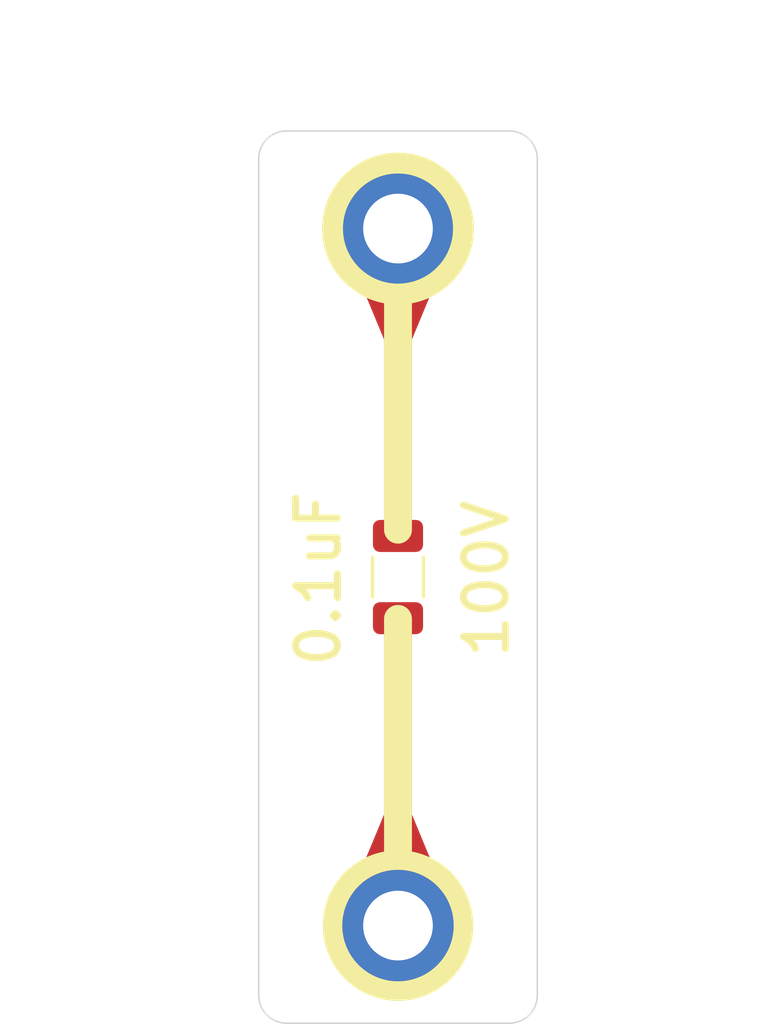
<source format=kicad_pcb>
(kicad_pcb (version 20240108) (generator "pcbnew") (generator_version "8.0")
  (layers (0 "F.Cu" signal) (31 "B.Cu" signal) (34 "B.Paste" user) (35 "F.Paste" user) (36 "B.SilkS" user "B.Silkscreen") (37 "F.SilkS" user "F.Silkscreen") (38 "B.Mask" user) (39 "F.Mask" user) (44 "Edge.Cuts" user))
  (net 0 "")
  (net 1 "Net-(J1-Pin_1)")
  (net 2 "Net-(J2-Pin_1)")
  (footprint "Library:C_1206_3216Metric" (layer "F.Cu") (at 153.9 86.3 -90)
    (property "Reference" "C1" (hide yes))
    (property "Value" "C" (hide yes))
    (fp_line (start -0.711252 0.91) (end 0.711252 0.91) (stroke (width 0.12)) (layer "F.SilkS"))
    (fp_line (start -0.711252 -0.91) (end 0.711252 -0.91) (stroke (width 0.12)) (layer "F.SilkS"))
    (pad "1" smd roundrect (at -1.475 0 270) (size 1.15 1.8) (layers "F.Cu" "F.Paste" "F.Mask") (roundrect_rratio 0.217391) (net 1 "Net-(J1-Pin_1)"))
    (pad "2" smd roundrect (at 1.475 0 270) (size 1.15 1.8) (layers "F.Cu" "F.Paste" "F.Mask") (roundrect_rratio 0.217391) (net 2 "Net-(J2-Pin_1)"))
  )
  (footprint "Library:MountingHole_2.5mm_Pad" (layer "F.Cu") (at 153.9 73.8)
    (property "Reference" "J1")
    (property "Value" "Conn_01x01_Socket" (hide yes))
    (pad "1" thru_hole circle (at 0 0) (size 4 4) (drill 2.5) (layers "*.Cu" "*.Mask") (net 1 "Net-(J1-Pin_1)"))
  )
  (footprint "Library:MountingHole_2.5mm_Pad" (layer "F.Cu") (at 153.9 98.8)
    (property "Reference" "J2")
    (property "Value" "Conn_01x01_Socket" (hide yes))
    (pad "1" thru_hole circle (at 0 0) (size 4 4) (drill 2.5) (layers "*.Cu" "*.Mask") (net 2 "Net-(J2-Pin_1)"))
  )
  (gr_circle (center 153.9 98.8) (end 156.25 98.8) (stroke (width 0.7)) (fill none) (layer "F.SilkS"))
  (gr_circle (center 153.9 73.8) (end 156.25 73.8) (stroke (width 0.75)) (fill none) (layer "F.SilkS"))
  (gr_line (start 153.9 84.6) (end 153.9 76.3) (stroke (width 1)) (layer "F.SilkS"))
  (gr_line (start 153.9 96.2) (end 153.9 87.8) (stroke (width 1)) (layer "F.SilkS"))
  (gr_arc (start 158.9 101.3) (mid 158.607107 102.007107) (end 157.9 102.3) (stroke (width 0.05)) (layer "Edge.Cuts"))
  (gr_line (start 157.9 102.3) (end 149.9 102.3) (stroke (width 0.05)) (layer "Edge.Cuts"))
  (gr_arc (start 148.9 71.3) (mid 149.192893 70.592893) (end 149.9 70.3) (stroke (width 0.05)) (layer "Edge.Cuts"))
  (gr_arc (start 149.9 102.3) (mid 149.192893 102.007107) (end 148.9 101.3) (stroke (width 0.05)) (layer "Edge.Cuts"))
  (gr_line (start 149.9 70.3) (end 157.9 70.3) (stroke (width 0.05)) (layer "Edge.Cuts"))
  (gr_arc (start 157.9 70.3) (mid 158.607107 70.592893) (end 158.9 71.3) (stroke (width 0.05)) (layer "Edge.Cuts"))
  (gr_line (start 158.9 71.3) (end 158.9 101.3) (stroke (width 0.05)) (layer "Edge.Cuts"))
  (gr_line (start 148.9 101.3) (end 148.9 71.3) (stroke (width 0.05)) (layer "Edge.Cuts"))
  (gr_text "100V" (at 157.94625 89.310714 90) (layer "F.SilkS") (effects (font (size 1.5 1.5) (thickness 0.25) (bold yes)) (justify left bottom)))
  (gr_text "0.1uF\n" (at 151.92125 89.632143 90) (layer "F.SilkS") (effects (font (size 1.5 1.5) (thickness 0.25) (bold yes)) (justify left bottom)))
  (segment (start 153.9 84.825) (end 153.9 73.8) (width 1) (layer "F.Cu") (net 1))
  (segment (start 153.9 84.72875) (end 153.99625 84.825) (width 1) (layer "F.Cu") (net 1))
  (segment (start 153.9 87.775) (end 153.9 98.8) (width 1) (layer "F.Cu") (net 2))
)
</source>
